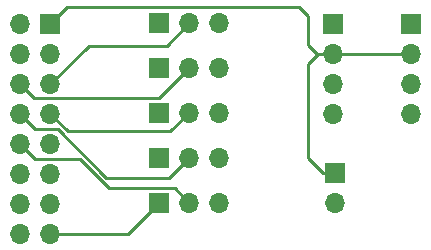
<source format=gtl>
G04 #@! TF.GenerationSoftware,KiCad,Pcbnew,(6.0.6)*
G04 #@! TF.CreationDate,2023-03-25T01:52:22+10:30*
G04 #@! TF.ProjectId,Coin Adapter,436f696e-2041-4646-9170-7465722e6b69,rev?*
G04 #@! TF.SameCoordinates,Original*
G04 #@! TF.FileFunction,Copper,L1,Top*
G04 #@! TF.FilePolarity,Positive*
%FSLAX46Y46*%
G04 Gerber Fmt 4.6, Leading zero omitted, Abs format (unit mm)*
G04 Created by KiCad (PCBNEW (6.0.6)) date 2023-03-25 01:52:22*
%MOMM*%
%LPD*%
G01*
G04 APERTURE LIST*
G04 #@! TA.AperFunction,ComponentPad*
%ADD10R,1.700000X1.700000*%
G04 #@! TD*
G04 #@! TA.AperFunction,ComponentPad*
%ADD11O,1.700000X1.700000*%
G04 #@! TD*
G04 #@! TA.AperFunction,Conductor*
%ADD12C,0.250000*%
G04 #@! TD*
G04 APERTURE END LIST*
D10*
X143118600Y-91897200D03*
D11*
X145658600Y-91897200D03*
X148198600Y-91897200D03*
D10*
X164439600Y-80528000D03*
D11*
X164439600Y-83068000D03*
X164439600Y-85608000D03*
X164439600Y-88148000D03*
D10*
X143118600Y-84277200D03*
D11*
X145658600Y-84277200D03*
X148198600Y-84277200D03*
D10*
X143118600Y-88087200D03*
D11*
X145658600Y-88087200D03*
X148198600Y-88087200D03*
D10*
X157886400Y-80528000D03*
D11*
X157886400Y-83068000D03*
X157886400Y-85608000D03*
X157886400Y-88148000D03*
D10*
X143118600Y-95707200D03*
D11*
X145658600Y-95707200D03*
X148198600Y-95707200D03*
D10*
X157988000Y-93218000D03*
D11*
X157988000Y-95758000D03*
D10*
X133913800Y-80568800D03*
D11*
X131373800Y-80568800D03*
X133913800Y-83108800D03*
X131373800Y-83108800D03*
X133913800Y-85648800D03*
X131373800Y-85648800D03*
X133913800Y-88188800D03*
X131373800Y-88188800D03*
X133913800Y-90728800D03*
X131373800Y-90728800D03*
X133913800Y-93268800D03*
X131373800Y-93268800D03*
X133913800Y-95808800D03*
X131373800Y-95808800D03*
X133913800Y-98348800D03*
X131373800Y-98348800D03*
D10*
X143118600Y-80518000D03*
D11*
X145658600Y-80518000D03*
X148198600Y-80518000D03*
D12*
X140477000Y-98348800D02*
X143118600Y-95707200D01*
X133913800Y-98348800D02*
X140477000Y-98348800D01*
X144439400Y-94488000D02*
X145658600Y-95707200D01*
X138911204Y-94488000D02*
X144439400Y-94488000D01*
X131373800Y-90728800D02*
X132648078Y-92003078D01*
X132648078Y-92003078D02*
X136426282Y-92003078D01*
X136426282Y-92003078D02*
X138911204Y-94488000D01*
X143982200Y-93573600D02*
X145658600Y-91897200D01*
X138633200Y-93573600D02*
X143982200Y-93573600D01*
X134522678Y-89463078D02*
X138633200Y-93573600D01*
X132648078Y-89463078D02*
X134522678Y-89463078D01*
X131373800Y-88188800D02*
X132648078Y-89463078D01*
X144083800Y-89662000D02*
X145658600Y-88087200D01*
X133913800Y-88188800D02*
X135387000Y-89662000D01*
X135387000Y-89662000D02*
X144083800Y-89662000D01*
X132548800Y-86823800D02*
X143112000Y-86823800D01*
X131373800Y-85648800D02*
X132548800Y-86823800D01*
X143112000Y-86823800D02*
X145658600Y-84277200D01*
X143779000Y-82397600D02*
X137165000Y-82397600D01*
X145658600Y-80518000D02*
X143779000Y-82397600D01*
X137165000Y-82397600D02*
X133913800Y-85648800D01*
X156474000Y-83068000D02*
X157886400Y-83068000D01*
X155752800Y-79908400D02*
X155752800Y-82346800D01*
X154990800Y-79146400D02*
X155752800Y-79908400D01*
X135336200Y-79146400D02*
X154990800Y-79146400D01*
X155752800Y-82346800D02*
X156474000Y-83068000D01*
X133913800Y-80568800D02*
X135336200Y-79146400D01*
X157886400Y-83068000D02*
X156606400Y-83068000D01*
X155752800Y-83921600D02*
X155752800Y-91948000D01*
X155752800Y-91948000D02*
X157022800Y-93218000D01*
X157022800Y-93218000D02*
X157988000Y-93218000D01*
X157886400Y-83068000D02*
X164439600Y-83068000D01*
X156606400Y-83068000D02*
X155752800Y-83921600D01*
M02*

</source>
